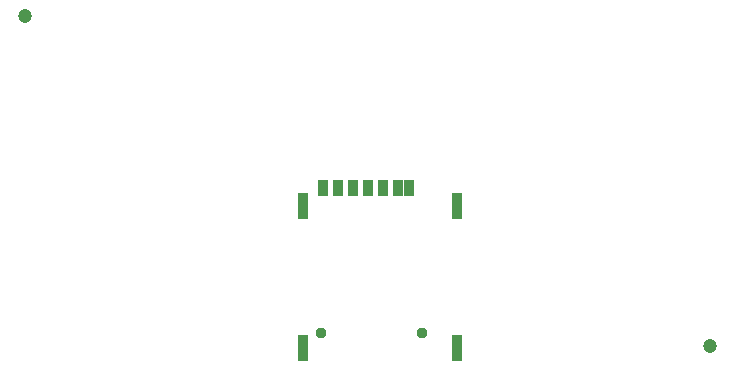
<source format=gts>
G04 EAGLE Gerber RS-274X export*
G75*
%MOMM*%
%FSLAX34Y34*%
%LPD*%
%INSoldermask Top*%
%IPPOS*%
%AMOC8*
5,1,8,0,0,1.08239X$1,22.5*%
G01*
%ADD10C,1.203200*%
%ADD11C,0.953200*%
%ADD12R,0.903200X2.303200*%
%ADD13R,0.853200X1.433200*%


D10*
X590000Y10000D03*
X10000Y290000D03*
D11*
X346050Y21500D03*
X261050Y21500D03*
D12*
X375950Y129000D03*
X246050Y129000D03*
X246050Y9000D03*
X375950Y9000D03*
D13*
X262750Y144350D03*
X275450Y144350D03*
X288150Y144350D03*
X300850Y144350D03*
X313550Y144350D03*
X326250Y144350D03*
X335750Y144350D03*
M02*

</source>
